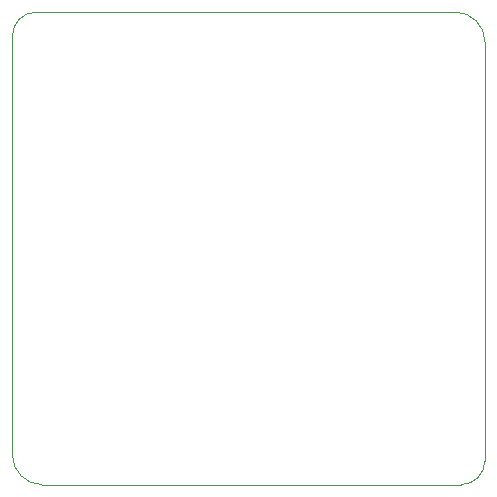
<source format=gko>
G04*
G04 #@! TF.GenerationSoftware,Altium Limited,Altium Designer,19.1.6 (110)*
G04*
G04 Layer_Color=16711935*
%FSLAX25Y25*%
%MOIN*%
G70*
G01*
G75*
%ADD56C,0.00394*%
D56*
X149606Y0D02*
G03*
X157480Y7874I0J7874D01*
G01*
X157480Y147638D02*
G03*
X147638Y157480I-9843J0D01*
G01*
X7874Y157480D02*
G03*
X0Y149606I0J-7874D01*
G01*
X0Y9843D02*
G03*
X9843Y0I9843J0D01*
G01*
X149606D01*
X157480Y7874D02*
Y147638D01*
X7874Y157480D02*
X147638D01*
X0Y9843D02*
X0Y149606D01*
M02*

</source>
